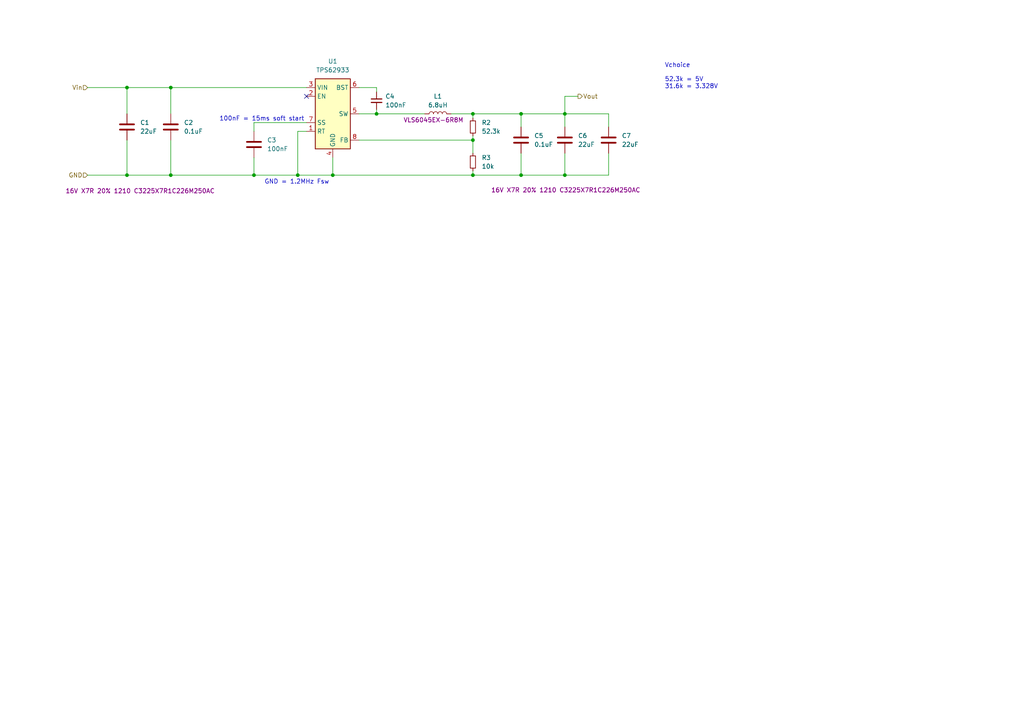
<source format=kicad_sch>
(kicad_sch (version 20250114) (generator "eeschema") (generator_version "9.0")
  (paper "A4")
  (lib_symbols
    (symbol "Device:C" (pin_numbers (hide yes)) (pin_names (offset 0.254))
      (property "Reference" "C" (at 0.635 2.54 0))
      (property "Value" "C" (at 0.635 -2.54 0))
      (symbol "C_0_1"
        (polyline (pts (xy -2.032 0.762) (xy 2.032 0.762)) (stroke (width 0.508)))
        (polyline (pts (xy -2.032 -0.762) (xy 2.032 -0.762)) (stroke (width 0.508)))
      )
      (symbol "C_1_1"
        (pin passive line (at 0 3.81 270) (length 2.794) (name "~") (number "1"))
        (pin passive line (at 0 -3.81 90) (length 2.794) (name "~") (number "2"))
      )
    )
    (symbol "Device:C_Small" (pin_numbers (hide yes)) (pin_names (offset 0.254) (hide yes))
      (property "Reference" "C" (at 0.254 1.778 0))
      (property "Value" "C_Small" (at 0.254 -2.032 0))
      (symbol "C_Small_0_1"
        (polyline (pts (xy -1.524 0.508) (xy 1.524 0.508)) (stroke (width 0.3048)))
        (polyline (pts (xy -1.524 -0.508) (xy 1.524 -0.508)) (stroke (width 0.3302)))
      )
      (symbol "C_Small_1_1"
        (pin passive line (at 0 2.54 270) (length 2.032) (name "~") (number "1"))
        (pin passive line (at 0 -2.54 90) (length 2.032) (name "~") (number "2"))
      )
    )
    (symbol "Device:L" (pin_numbers (hide yes)) (pin_names (offset 1.016) (hide yes))
      (property "Reference" "L" (at -1.27 0 90))
      (property "Value" "L" (at 1.905 0 90))
      (symbol "L_0_1"
        (arc (start 0 2.54) (mid 0.6323 1.905) (end 0 1.27))
        (arc (start 0 1.27) (mid 0.6323 0.635) (end 0 0))
        (arc (start 0 0) (mid 0.6323 -0.635) (end 0 -1.27))
        (arc (start 0 -1.27) (mid 0.6323 -1.905) (end 0 -2.54))
      )
      (symbol "L_1_1"
        (pin passive line (at 0 3.81 270) (length 1.27) (name "1") (number "1"))
        (pin passive line (at 0 -3.81 90) (length 1.27) (name "2") (number "2"))
      )
    )
    (symbol "Device:R_Small" (pin_numbers (hide yes)) (pin_names (offset 0.254) (hide yes))
      (property "Reference" "R" (at 0 0 90))
      (property "Value" "R_Small" (at 1.778 0 90))
      (symbol "R_Small_0_1"
        (rectangle (start -0.762 1.778) (end 0.762 -1.778) (stroke (width 0.2032)))
      )
      (symbol "R_Small_1_1"
        (pin passive line (at 0 2.54 270) (length 0.762) (name "~") (number "1"))
        (pin passive line (at 0 -2.54 90) (length 0.762) (name "~") (number "2"))
      )
    )
    (symbol "R_Small_1" (pin_numbers (hide yes)) (pin_names (offset 0.254) (hide yes))
      (property "Reference" "R" (at 0 0 90))
      (property "Value" "R_Small" (at 1.778 0 90))
      (symbol "R_Small_1_0_1"
        (rectangle (start -0.762 1.778) (end 0.762 -1.778) (stroke (width 0.2032)))
      )
      (symbol "R_Small_1_1_1"
        (pin passive line (at 0 2.54 270) (length 0.762) (name "~") (number "1"))
        (pin passive line (at 0 -2.54 90) (length 0.762) (name "~") (number "2"))
      )
    )
    (symbol "TI_TPS6293x:TPS62933"
      (property "Reference" "U" (at 0 13.97 0))
      (property "Value" "TPS62933" (at 0 11.43 0))
      (symbol "TPS62933_0_1"
        (rectangle (start -5.08 10.16) (end 5.08 -10.16) (stroke (width 0.254)) (fill (type background)))
      )
      (symbol "TPS62933_1_1"
        (pin power_in line (at -7.62 7.62 0) (length 2.54) (name "VIN") (number "3"))
        (pin input line (at -7.62 5.08 0) (length 2.54) (name "EN") (number "2"))
        (pin passive line (at -7.62 -2.54 0) (length 2.54) (name "SS") (number "7"))
        (pin passive line (at -7.62 -5.08 0) (length 2.54) (name "RT") (number "1"))
        (pin power_in line (at 0 -12.7 90) (length 2.54) (name "GND") (number "4"))
        (pin passive line (at 7.62 7.62 180) (length 2.54) (name "BST") (number "6"))
        (pin output line (at 7.62 0 180) (length 2.54) (name "SW") (number "5"))
        (pin input line (at 7.62 -7.62 180) (length 2.54) (name "FB") (number "8"))
      )
    )
  )
  (text "100nF = 15ms soft start" (at 75.946 34.544 0) (effects (font (size 1.27 1.27))))
  (text "Vchoice\n\n52.3k = 5V\n31.6k = 3.328V" (at 192.786 22.098 0) (effects (font (size 1.27 1.27)) (justify left)))
  (text "GND = 1.2MHz Fsw" (at 86.106 52.832 0) (effects (font (size 1.27 1.27))))
  (junction (at 151.13 50.8))
  (junction (at 109.22 33.02))
  (junction (at 49.53 50.8))
  (junction (at 49.53 25.4))
  (junction (at 163.83 50.8))
  (junction (at 73.66 50.8))
  (junction (at 86.36 50.8))
  (junction (at 36.83 50.8))
  (junction (at 151.13 33.02))
  (junction (at 163.83 33.02))
  (junction (at 36.83 25.4))
  (junction (at 137.16 40.64))
  (junction (at 96.52 50.8))
  (junction (at 137.16 33.02))
  (junction (at 137.16 50.8))
  (no_connect (at 88.9 27.94))
  (wire (pts (xy 86.36 50.8) (xy 96.52 50.8)))
  (wire (pts (xy 104.14 33.02) (xy 109.22 33.02)))
  (wire (pts (xy 176.53 50.8) (xy 163.83 50.8)))
  (wire (pts (xy 151.13 33.02) (xy 163.83 33.02)))
  (wire (pts (xy 104.14 40.64) (xy 137.16 40.64)))
  (wire (pts (xy 36.83 40.64) (xy 36.83 50.8)))
  (wire (pts (xy 36.83 50.8) (xy 49.53 50.8)))
  (wire (pts (xy 86.36 38.1) (xy 86.36 50.8)))
  (wire (pts (xy 137.16 33.02) (xy 137.16 34.29)))
  (wire (pts (xy 109.22 25.4) (xy 109.22 26.67)))
  (wire (pts (xy 36.83 25.4) (xy 36.83 33.02)))
  (wire (pts (xy 151.13 50.8) (xy 163.83 50.8)))
  (wire (pts (xy 88.9 38.1) (xy 86.36 38.1)))
  (wire (pts (xy 25.4 25.4) (xy 36.83 25.4)))
  (wire (pts (xy 96.52 45.72) (xy 96.52 50.8)))
  (wire (pts (xy 151.13 44.45) (xy 151.13 50.8)))
  (wire (pts (xy 137.16 49.53) (xy 137.16 50.8)))
  (wire (pts (xy 137.16 50.8) (xy 151.13 50.8)))
  (wire (pts (xy 73.66 45.72) (xy 73.66 50.8)))
  (wire (pts (xy 137.16 39.37) (xy 137.16 40.64)))
  (wire (pts (xy 73.66 50.8) (xy 86.36 50.8)))
  (wire (pts (xy 109.22 31.75) (xy 109.22 33.02)))
  (wire (pts (xy 49.53 25.4) (xy 88.9 25.4)))
  (wire (pts (xy 176.53 44.45) (xy 176.53 50.8)))
  (wire (pts (xy 73.66 35.56) (xy 88.9 35.56)))
  (wire (pts (xy 151.13 33.02) (xy 151.13 36.83)))
  (wire (pts (xy 163.83 33.02) (xy 176.53 33.02)))
  (wire (pts (xy 163.83 44.45) (xy 163.83 50.8)))
  (wire (pts (xy 176.53 33.02) (xy 176.53 36.83)))
  (wire (pts (xy 167.64 27.94) (xy 163.83 27.94)))
  (wire (pts (xy 137.16 40.64) (xy 137.16 44.45)))
  (wire (pts (xy 49.53 50.8) (xy 73.66 50.8)))
  (wire (pts (xy 73.66 35.56) (xy 73.66 38.1)))
  (wire (pts (xy 109.22 33.02) (xy 123.19 33.02)))
  (wire (pts (xy 163.83 27.94) (xy 163.83 33.02)))
  (wire (pts (xy 104.14 25.4) (xy 109.22 25.4)))
  (wire (pts (xy 163.83 33.02) (xy 163.83 36.83)))
  (wire (pts (xy 49.53 40.64) (xy 49.53 50.8)))
  (wire (pts (xy 96.52 50.8) (xy 137.16 50.8)))
  (wire (pts (xy 130.81 33.02) (xy 137.16 33.02)))
  (wire (pts (xy 137.16 33.02) (xy 151.13 33.02)))
  (wire (pts (xy 36.83 25.4) (xy 49.53 25.4)))
  (wire (pts (xy 25.4 50.8) (xy 36.83 50.8)))
  (wire (pts (xy 49.53 25.4) (xy 49.53 33.02)))
  (hierarchical_label "GND" (shape input) (at 25.4 50.8 180))
  (hierarchical_label "Vout" (shape output) (at 167.64 27.94 0))
  (hierarchical_label "Vin" (shape input) (at 25.4 25.4 180))
  (symbol (lib_id "Device:C_Small") (at 109.22 29.21 0) (unit 1)
    (property "Reference" "C4" (at 111.76 27.9462 0) (effects (justify left)))
    (property "Value" "100nF" (at 111.76 30.4862 0) (effects (justify left)))
    (property "Footprint" "Capacitor_SMD:C_0603_1608Metric" (effects (hide yes)))
    (property "Description" "Unpolarized capacitor, small symbol" (effects (hide yes)))
  )
  (symbol (lib_id "Device:C") (at 49.53 36.83 0) (unit 1)
    (property "Reference" "C2" (at 53.34 35.5599 0) (effects (justify left)))
    (property "Value" "0.1uF" (at 53.34 38.0999 0) (effects (justify left)))
    (property "Footprint" "Capacitor_SMD:C_0603_1608Metric" (effects (hide yes)))
    (property "Description" "Unpolarized capacitor" (effects (hide yes)))
  )
  (symbol (lib_id "Device:R_Small") (at 137.16 46.99 0) (unit 1)
    (property "Reference" "R3" (at 139.7 45.7199 0) (effects (justify left)))
    (property "Value" "10k" (at 139.7 48.2599 0) (effects (justify left)))
    (property "Footprint" "Resistor_SMD:R_0603_1608Metric" (effects (hide yes)))
    (property "Description" "Resistor, small symbol" (effects (hide yes)))
  )
  (symbol (lib_id "Device:C") (at 73.66 41.91 0) (unit 1)
    (property "Reference" "C3" (at 77.47 40.6399 0) (effects (justify left)))
    (property "Value" "100nF" (at 77.47 43.1799 0) (effects (justify left)))
    (property "Footprint" "Capacitor_SMD:C_0603_1608Metric" (effects (hide yes)))
    (property "Description" "Unpolarized capacitor" (effects (hide yes)))
  )
  (symbol (lib_id "Device:L") (at 127 33.02 90) (unit 1)
    (property "Reference" "L1" (at 127 27.94 90))
    (property "Value" "6.8uH" (at 127 30.48 90))
    (property "Footprint" "Inductor:L_TDK_VLS6045EX_VLS6045AF" (effects (hide yes)))
    (property "Description" "VLS6045EX-6R8M" (at 125.73 34.798 90))
  )
  (symbol (lib_id "Device:C") (at 163.83 40.64 0) (unit 1)
    (property "Reference" "C6" (at 167.64 39.3699 0) (effects (justify left)))
    (property "Value" "22uF" (at 167.64 41.9099 0) (effects (justify left)))
    (property "Footprint" "Capacitor_SMD:C_1210_3225Metric" (effects (hide yes)))
    (property "Description" "16V X7R 20% 1210 C3225X7R1C226M250AC" (at 164.084 55.118 0))
  )
  (symbol (lib_name "R_Small_1") (lib_id "Device:R_Small") (at 137.16 36.83 0) (unit 1)
    (property "Reference" "R2" (at 139.7 35.5599 0) (effects (justify left)))
    (property "Value" "52.3k" (at 139.7 38.0999 0) (effects (justify left)))
    (property "Footprint" "Resistor_SMD:R_0603_1608Metric" (effects (hide yes)))
    (property "Description" "Resistor, small symbol" (effects (hide yes)))
  )
  (symbol (lib_id "Device:C") (at 176.53 40.64 0) (unit 1)
    (property "Reference" "C7" (at 180.34 39.3699 0) (effects (justify left)))
    (property "Value" "22uF" (at 180.34 41.9099 0) (effects (justify left)))
    (property "Footprint" "Capacitor_SMD:C_1210_3225Metric" (effects (hide yes)))
    (property "Description" "16V X7R 20% 1210 C3225X7R1C226M250AC" (effects (hide yes)))
  )
  (symbol (lib_id "Device:C") (at 36.83 36.83 0) (unit 1)
    (property "Reference" "C1" (at 40.64 35.5599 0) (effects (justify left)))
    (property "Value" "22uF" (at 40.64 38.0999 0) (effects (justify left)))
    (property "Footprint" "Capacitor_SMD:C_1210_3225Metric" (effects (hide yes)))
    (property "Description" "16V X7R 20% 1210 C3225X7R1C226M250AC" (at 40.64 55.372 0))
  )
  (symbol (lib_id "TI_TPS6293x:TPS62933") (at 96.52 33.02 0) (unit 1)
    (property "Reference" "U1" (at 96.52 17.78 0))
    (property "Value" "TPS62933" (at 96.52 20.32 0))
    (property "Footprint" "SOT:SOT-583-8" (effects (hide yes)))
    (property "Datasheet" "https://www.ti.com/lit/ds/symlink/tps62933.pdf" (effects (hide yes)))
    (property "Description" "3.8-30V, 3A Synchronous Buck Converters with pulse frequency modulation (PFM), SOT583-8" (effects (hide yes)))
  )
  (symbol (lib_id "Device:C") (at 151.13 40.64 0) (unit 1)
    (property "Reference" "C5" (at 154.94 39.3699 0) (effects (justify left)))
    (property "Value" "0.1uF" (at 154.94 41.9099 0) (effects (justify left)))
    (property "Footprint" "Capacitor_SMD:C_0603_1608Metric" (effects (hide yes)))
    (property "Description" "Unpolarized capacitor" (effects (hide yes)))
  )
)
</source>
